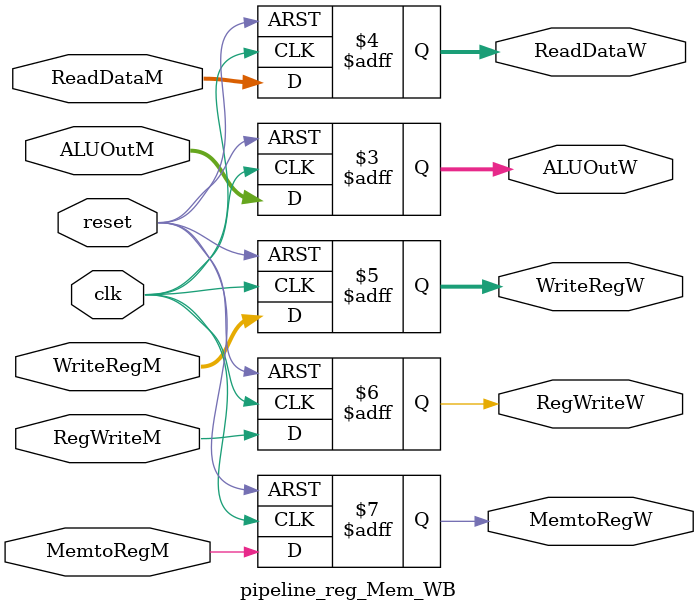
<source format=v>

/*
// Module: pipeline_reg_Mem_WB.v
// Description: Pipeline register between Memory and Writeback stage verilog code //
// Owner : Mohamed Ayman
// Date :  July 2022
*/

module pipeline_reg_Mem_WB
#(parameter data_size = 32)
(

    output  reg    [data_size-1:0]  ALUOutW,ReadDataW,
    output  reg    [4:0]            WriteRegW,
    output  reg                     RegWriteW,MemtoRegW,
    input   wire                    clk,reset,
    input   wire   [data_size-1:0]  ALUOutM,ReadDataM,
    input   wire   [4:0]            WriteRegM,
    input   wire                    RegWriteM,MemtoRegM
);

always @ ( posedge clk or negedge reset)
    begin
        if ( ! reset )
            begin
                ALUOutW <= 32'd0;
                ReadDataW <= 32'd0;
                WriteRegW <= 5'd0;
                RegWriteW <= 1'b0;
                MemtoRegW <= 1'b0;          
            end
        else
            begin
                ALUOutW <= ALUOutM;
                ReadDataW <= ReadDataM;
                WriteRegW <= WriteRegM;
                RegWriteW <= RegWriteM;
                MemtoRegW <= MemtoRegM; 
            end
    end
endmodule
</source>
